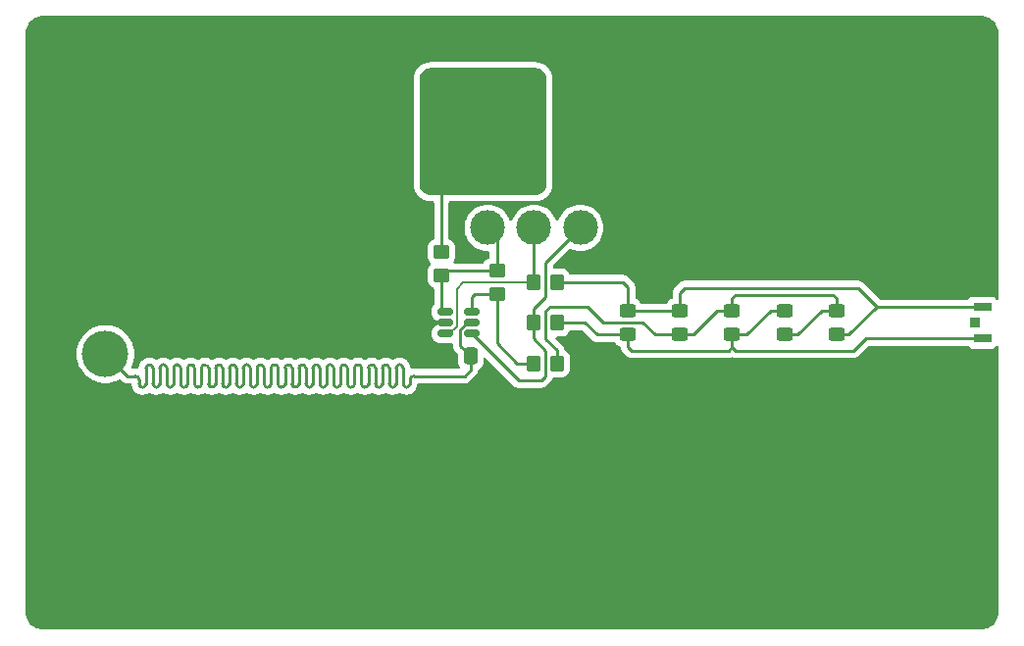
<source format=gbr>
%TF.GenerationSoftware,KiCad,Pcbnew,7.0.1*%
%TF.CreationDate,2023-04-13T17:43:14+02:00*%
%TF.ProjectId,ET-Abschlussgadget_2023,45542d41-6273-4636-986c-757373676164,rev?*%
%TF.SameCoordinates,Original*%
%TF.FileFunction,Copper,L2,Bot*%
%TF.FilePolarity,Positive*%
%FSLAX45Y45*%
G04 Gerber Fmt 4.5, Leading zero omitted, Abs format (unit mm)*
G04 Created by KiCad (PCBNEW 7.0.1) date 2023-04-13 17:43:14*
%MOMM*%
%LPD*%
G01*
G04 APERTURE LIST*
G04 Aperture macros list*
%AMRoundRect*
0 Rectangle with rounded corners*
0 $1 Rounding radius*
0 $2 $3 $4 $5 $6 $7 $8 $9 X,Y pos of 4 corners*
0 Add a 4 corners polygon primitive as box body*
4,1,4,$2,$3,$4,$5,$6,$7,$8,$9,$2,$3,0*
0 Add four circle primitives for the rounded corners*
1,1,$1+$1,$2,$3*
1,1,$1+$1,$4,$5*
1,1,$1+$1,$6,$7*
1,1,$1+$1,$8,$9*
0 Add four rect primitives between the rounded corners*
20,1,$1+$1,$2,$3,$4,$5,0*
20,1,$1+$1,$4,$5,$6,$7,0*
20,1,$1+$1,$6,$7,$8,$9,0*
20,1,$1+$1,$8,$9,$2,$3,0*%
G04 Aperture macros list end*
%TA.AperFunction,SMDPad,CuDef*%
%ADD10R,4.000000X4.000000*%
%TD*%
%TA.AperFunction,SMDPad,CuDef*%
%ADD11RoundRect,0.250000X0.450000X-0.325000X0.450000X0.325000X-0.450000X0.325000X-0.450000X-0.325000X0*%
%TD*%
%TA.AperFunction,SMDPad,CuDef*%
%ADD12C,4.000000*%
%TD*%
%TA.AperFunction,SMDPad,CuDef*%
%ADD13R,1.500000X0.750000*%
%TD*%
%TA.AperFunction,SMDPad,CuDef*%
%ADD14R,0.900000X0.900000*%
%TD*%
%TA.AperFunction,SMDPad,CuDef*%
%ADD15RoundRect,0.150000X-0.512500X-0.150000X0.512500X-0.150000X0.512500X0.150000X-0.512500X0.150000X0*%
%TD*%
%TA.AperFunction,SMDPad,CuDef*%
%ADD16C,3.000000*%
%TD*%
%TA.AperFunction,SMDPad,CuDef*%
%ADD17RoundRect,0.250000X-0.350000X-0.450000X0.350000X-0.450000X0.350000X0.450000X-0.350000X0.450000X0*%
%TD*%
%TA.AperFunction,SMDPad,CuDef*%
%ADD18RoundRect,0.250000X-0.450000X0.350000X-0.450000X-0.350000X0.450000X-0.350000X0.450000X0.350000X0*%
%TD*%
%TA.AperFunction,SMDPad,CuDef*%
%ADD19RoundRect,0.250000X0.337500X0.475000X-0.337500X0.475000X-0.337500X-0.475000X0.337500X-0.475000X0*%
%TD*%
%TA.AperFunction,SMDPad,CuDef*%
%ADD20RoundRect,0.250000X0.450000X-0.350000X0.450000X0.350000X-0.450000X0.350000X-0.450000X-0.350000X0*%
%TD*%
%TA.AperFunction,Conductor*%
%ADD21C,0.250000*%
%TD*%
%TA.AperFunction,Conductor*%
%ADD22C,0.254000*%
%TD*%
%TA.AperFunction,Conductor*%
%ADD23C,0.203200*%
%TD*%
%TA.AperFunction,Conductor*%
%ADD24C,0.200000*%
%TD*%
G04 APERTURE END LIST*
D10*
%TO.P,TP1,1,1*%
%TO.N,/Cap_Pad*%
X14000000Y-9050000D03*
%TD*%
D11*
%TO.P,D2,1,K*%
%TO.N,Net-(D1-A)*%
X16600000Y-10802500D03*
%TO.P,D2,2,A*%
%TO.N,Net-(D2-A)*%
X16600000Y-10597500D03*
%TD*%
D12*
%TO.P,BT1,1,+*%
%TO.N,VCC*%
X10740000Y-10970000D03*
%TO.P,BT1,2,-*%
%TO.N,GND*%
X10740000Y-10430000D03*
%TD*%
D13*
%TO.P,D6,1,K*%
%TO.N,Net-(D1-K)*%
X18310000Y-10562500D03*
%TO.P,D6,2,A*%
%TO.N,Net-(D2-A)*%
X18310000Y-10837500D03*
D14*
%TO.P,D6,3*%
%TO.N,N/C*%
X18245000Y-10700000D03*
%TD*%
D15*
%TO.P,U1,1,PB0*%
%TO.N,Net-(U1-PB0)*%
X13673750Y-10795000D03*
%TO.P,U1,2,GND*%
%TO.N,GND*%
X13673750Y-10700000D03*
%TO.P,U1,3,PB1*%
%TO.N,Net-(U1-PB1)*%
X13673750Y-10605000D03*
%TO.P,U1,4,PB2*%
%TO.N,Net-(U1-PB2)*%
X13901250Y-10605000D03*
%TO.P,U1,5,VCC*%
%TO.N,VCC*%
X13901250Y-10700000D03*
%TO.P,U1,6,~{RESET}/PB3*%
%TO.N,Net-(U1-~{RESET}{slash}PB3)*%
X13901250Y-10795000D03*
%TD*%
D11*
%TO.P,D3,1,K*%
%TO.N,Net-(D2-A)*%
X16150000Y-10802500D03*
%TO.P,D3,2,A*%
%TO.N,Net-(D1-A)*%
X16150000Y-10597500D03*
%TD*%
D16*
%TO.P,TP4,1,1*%
%TO.N,Net-(U1-PB1)*%
X14040000Y-9880000D03*
%TD*%
D17*
%TO.P,R2,1*%
%TO.N,Net-(U1-PB2)*%
X14437500Y-11050000D03*
%TO.P,R2,2*%
%TO.N,Net-(D1-A)*%
X14637500Y-11050000D03*
%TD*%
D18*
%TO.P,R5,1*%
%TO.N,Net-(U1-PB1)*%
X14120000Y-10250000D03*
%TO.P,R5,2*%
%TO.N,Net-(U1-PB2)*%
X14120000Y-10450000D03*
%TD*%
D11*
%TO.P,D5,1,K*%
%TO.N,Net-(D2-A)*%
X15250000Y-10802500D03*
%TO.P,D5,2,A*%
%TO.N,Net-(D1-K)*%
X15250000Y-10597500D03*
%TD*%
D17*
%TO.P,R3,1*%
%TO.N,Net-(U1-~{RESET}{slash}PB3)*%
X14437500Y-10700000D03*
%TO.P,R3,2*%
%TO.N,Net-(D2-A)*%
X14637500Y-10700000D03*
%TD*%
D11*
%TO.P,D4,1,K*%
%TO.N,Net-(D1-A)*%
X15700000Y-10802500D03*
%TO.P,D4,2,A*%
%TO.N,Net-(D1-K)*%
X15700000Y-10597500D03*
%TD*%
D19*
%TO.P,C1,1*%
%TO.N,VCC*%
X13893750Y-10990000D03*
%TO.P,C1,2*%
%TO.N,GND*%
X13686250Y-10990000D03*
%TD*%
D20*
%TO.P,R4,1*%
%TO.N,Net-(U1-PB1)*%
X13640000Y-10290000D03*
%TO.P,R4,2*%
%TO.N,/Cap_Pad*%
X13640000Y-10090000D03*
%TD*%
D17*
%TO.P,R1,1*%
%TO.N,Net-(U1-PB0)*%
X14437500Y-10350000D03*
%TO.P,R1,2*%
%TO.N,Net-(D1-K)*%
X14637500Y-10350000D03*
%TD*%
D16*
%TO.P,TP3,1,1*%
%TO.N,Net-(U1-PB0)*%
X14440000Y-9880000D03*
%TD*%
%TO.P,TP2,1,1*%
%TO.N,Net-(U1-~{RESET}{slash}PB3)*%
X14840000Y-9880000D03*
%TD*%
D11*
%TO.P,D1,1,K*%
%TO.N,Net-(D1-K)*%
X17050000Y-10802500D03*
%TO.P,D1,2,A*%
%TO.N,Net-(D1-A)*%
X17050000Y-10597500D03*
%TD*%
D21*
%TO.N,Net-(D1-K)*%
X17397500Y-10562500D02*
X18310000Y-10562500D01*
X17050000Y-10802500D02*
X17157500Y-10802500D01*
X17157500Y-10802500D02*
X17397500Y-10562500D01*
X15250000Y-10597500D02*
X15250000Y-10390000D01*
X17397500Y-10562500D02*
X17235000Y-10400000D01*
X17235000Y-10400000D02*
X15740000Y-10400000D01*
X15700000Y-10597500D02*
X15250000Y-10597500D01*
X15740000Y-10400000D02*
X15700000Y-10440000D01*
X15700000Y-10440000D02*
X15700000Y-10597500D01*
X15250000Y-10390000D02*
X15210000Y-10350000D01*
X15210000Y-10350000D02*
X14637500Y-10350000D01*
%TO.N,Net-(D1-A)*%
X15482500Y-10802500D02*
X15700000Y-10802500D01*
X15380000Y-10700000D02*
X15482500Y-10802500D01*
X14637500Y-10937500D02*
X14540000Y-10840000D01*
X16150000Y-10597500D02*
X16150000Y-10490000D01*
X17020000Y-10460000D02*
X17050000Y-10490000D01*
X16180000Y-10460000D02*
X17020000Y-10460000D01*
X15817500Y-10802500D02*
X16022500Y-10597500D01*
X16150000Y-10490000D02*
X16180000Y-10460000D01*
X17050000Y-10490000D02*
X17050000Y-10597500D01*
X16600000Y-10802500D02*
X16717500Y-10802500D01*
X14540000Y-10600000D02*
X14580000Y-10560000D01*
X16717500Y-10802500D02*
X16922500Y-10597500D01*
X16022500Y-10597500D02*
X16150000Y-10597500D01*
X15700000Y-10802500D02*
X15817500Y-10802500D01*
X15040000Y-10700000D02*
X15380000Y-10700000D01*
X14540000Y-10840000D02*
X14540000Y-10600000D01*
X14900000Y-10560000D02*
X15040000Y-10700000D01*
X14637500Y-11050000D02*
X14637500Y-10937500D01*
X16922500Y-10597500D02*
X17050000Y-10597500D01*
X14580000Y-10560000D02*
X14900000Y-10560000D01*
%TO.N,Net-(D2-A)*%
X15250000Y-10802500D02*
X15250000Y-10910000D01*
X16150000Y-10802500D02*
X16277500Y-10802500D01*
X15250000Y-10910000D02*
X15280000Y-10940000D01*
X14880000Y-10700000D02*
X14982500Y-10802500D01*
X15280000Y-10940000D02*
X16120000Y-10940000D01*
X16277500Y-10802500D02*
X16482500Y-10597500D01*
X16120000Y-10940000D02*
X16150000Y-10910000D01*
X16482500Y-10597500D02*
X16600000Y-10597500D01*
X17200000Y-10940000D02*
X16180000Y-10940000D01*
X18310000Y-10837500D02*
X17302500Y-10837500D01*
X14637500Y-10700000D02*
X14880000Y-10700000D01*
X16150000Y-10910000D02*
X16150000Y-10802500D01*
X16180000Y-10940000D02*
X16150000Y-10910000D01*
X14982500Y-10802500D02*
X15250000Y-10802500D01*
X17302500Y-10837500D02*
X17200000Y-10940000D01*
%TO.N,Net-(U1-PB1)*%
X13680000Y-10250000D02*
X14120000Y-10250000D01*
X14120000Y-9960000D02*
X14040000Y-9880000D01*
X14120000Y-10250000D02*
X14120000Y-9960000D01*
X13640000Y-10290000D02*
X13680000Y-10250000D01*
X13640000Y-10600000D02*
X13640000Y-10290000D01*
%TO.N,Net-(U1-PB2)*%
X13930000Y-10450000D02*
X14120000Y-10450000D01*
X13901250Y-10478750D02*
X13930000Y-10450000D01*
D22*
X14120000Y-10450000D02*
X14120000Y-10880000D01*
D21*
X13901250Y-10605000D02*
X13901250Y-10478750D01*
X14120000Y-10880000D02*
X14290000Y-11050000D01*
X14290000Y-11050000D02*
X14437500Y-11050000D01*
%TO.N,Net-(U1-~{RESET}{slash}PB3)*%
X14437500Y-10582500D02*
X14540000Y-10480000D01*
X14306250Y-11200000D02*
X14500000Y-11200000D01*
X14437500Y-10700000D02*
X14437500Y-10582500D01*
X14540000Y-10180000D02*
X14840000Y-9880000D01*
X14540000Y-10940000D02*
X14437500Y-10837500D01*
X14437500Y-10837500D02*
X14437500Y-10700000D01*
X14500000Y-11200000D02*
X14540000Y-11160000D01*
X13901250Y-10795000D02*
X14306250Y-11200000D01*
X14540000Y-11160000D02*
X14540000Y-10940000D01*
X14540000Y-10480000D02*
X14540000Y-10180000D01*
%TO.N,GND*%
X13570000Y-10990000D02*
X13540000Y-10960000D01*
X13686250Y-10990000D02*
X13570000Y-10990000D01*
X10740000Y-10430000D02*
X13290000Y-10430000D01*
X13290000Y-10430000D02*
X13560000Y-10700000D01*
X13540000Y-10960000D02*
X13540000Y-10720000D01*
X13540000Y-10720000D02*
X13560000Y-10700000D01*
X13560000Y-10700000D02*
X13673750Y-10700000D01*
%TO.N,VCC*%
X12830000Y-11160000D02*
X12830000Y-11228195D01*
X13400000Y-11160000D02*
X13487817Y-11160000D01*
X12950000Y-11160000D02*
X12950000Y-11228195D01*
X10740000Y-10970000D02*
X10930000Y-11160000D01*
X13310000Y-11160000D02*
X13310000Y-11228196D01*
X11510000Y-11091805D02*
X11510000Y-11160000D01*
X11390000Y-11160000D02*
X11390000Y-11228195D01*
X11870000Y-11160000D02*
X11870000Y-11228195D01*
X10930000Y-11160000D02*
X11000000Y-11160000D01*
X12230000Y-11091805D02*
X12230000Y-11160000D01*
X13370000Y-11228196D02*
X13370000Y-11190000D01*
X12110000Y-11160000D02*
X12110000Y-11228195D01*
X12710000Y-11160000D02*
X12710000Y-11228195D01*
X11630000Y-11160000D02*
X11630000Y-11228195D01*
X13070000Y-11160000D02*
X13070000Y-11228195D01*
X13190000Y-11160000D02*
X13190000Y-11228195D01*
X11150000Y-11091806D02*
X11150000Y-11160000D01*
X11990000Y-11091805D02*
X11990000Y-11160000D01*
X12410000Y-11228195D02*
X12410000Y-11160000D01*
X11570000Y-11160000D02*
X11570000Y-11091805D01*
X12590000Y-11091805D02*
X12590000Y-11160000D01*
X12590000Y-11160000D02*
X12590000Y-11228195D01*
X11930000Y-11228195D02*
X11930000Y-11160000D01*
X12950000Y-11091805D02*
X12950000Y-11160000D01*
X12770000Y-11160000D02*
X12770000Y-11091805D01*
X13190000Y-11091805D02*
X13190000Y-11160000D01*
X13840000Y-11160000D02*
X13893750Y-11106250D01*
X11690000Y-11160000D02*
X11690000Y-11091805D01*
X11750000Y-11091805D02*
X11750000Y-11160000D01*
X11450000Y-11160000D02*
X11450000Y-11091805D01*
X12350000Y-11091805D02*
X12350000Y-11160000D01*
X11210000Y-11160000D02*
X11210000Y-11091805D01*
X12890000Y-11228195D02*
X12890000Y-11160000D01*
X12290000Y-11228195D02*
X12290000Y-11160000D01*
X13250000Y-11228195D02*
X13250000Y-11160000D01*
X11810000Y-11228195D02*
X11810000Y-11160000D01*
X11270000Y-11091805D02*
X11270000Y-11160000D01*
X11750000Y-11160000D02*
X11750000Y-11228195D01*
X12170000Y-11228195D02*
X12170000Y-11160000D01*
X12350000Y-11160000D02*
X12350000Y-11228195D01*
X13010000Y-11228195D02*
X13010000Y-11160000D01*
X12530000Y-11228195D02*
X12530000Y-11160000D01*
X12470000Y-11160000D02*
X12470000Y-11228195D01*
X13250000Y-11160000D02*
X13250000Y-11091805D01*
X12410000Y-11160000D02*
X12410000Y-11091805D01*
X12050000Y-11160000D02*
X12050000Y-11091805D01*
X11510000Y-11160000D02*
X11510000Y-11228195D01*
X11990000Y-11160000D02*
X11990000Y-11228195D01*
D22*
X13866360Y-10700000D02*
X13805000Y-10761360D01*
D21*
X12650000Y-11160000D02*
X12650000Y-11091805D01*
X12470000Y-11091805D02*
X12470000Y-11160000D01*
X12650000Y-11228195D02*
X12650000Y-11160000D01*
X11570000Y-11228195D02*
X11570000Y-11160000D01*
X11270000Y-11160000D02*
X11270000Y-11228195D01*
X12770000Y-11228195D02*
X12770000Y-11160000D01*
X11090000Y-11190000D02*
X11090000Y-11091806D01*
X11090000Y-11228194D02*
X11090000Y-11190000D01*
X13010000Y-11160000D02*
X13010000Y-11091805D01*
D22*
X13805000Y-10901250D02*
X13893750Y-10990000D01*
D21*
X11030000Y-11190000D02*
X11030000Y-11228194D01*
X11150000Y-11160000D02*
X11150000Y-11228194D01*
X11210000Y-11228194D02*
X11210000Y-11160000D01*
X12290000Y-11160000D02*
X12290000Y-11091805D01*
X11870000Y-11091805D02*
X11870000Y-11160000D01*
X12110000Y-11091805D02*
X12110000Y-11160000D01*
X13893750Y-11106250D02*
X13893750Y-10990000D01*
X11330000Y-11228195D02*
X11330000Y-11160000D01*
X13130000Y-11228195D02*
X13130000Y-11160000D01*
X12230000Y-11160000D02*
X12230000Y-11228195D01*
D22*
X13805000Y-10761360D02*
X13805000Y-10901250D01*
D21*
X12830000Y-11091805D02*
X12830000Y-11160000D01*
X11450000Y-11228195D02*
X11450000Y-11160000D01*
X11810000Y-11160000D02*
X11810000Y-11091805D01*
X13070000Y-11091805D02*
X13070000Y-11160000D01*
X11630000Y-11091805D02*
X11630000Y-11160000D01*
X11330000Y-11160000D02*
X11330000Y-11091805D01*
X13487817Y-11160000D02*
X13840000Y-11160000D01*
X12530000Y-11160000D02*
X12530000Y-11091805D01*
X12170000Y-11160000D02*
X12170000Y-11091805D01*
X12890000Y-11160000D02*
X12890000Y-11091805D01*
X12050000Y-11228195D02*
X12050000Y-11160000D01*
X11930000Y-11160000D02*
X11930000Y-11091805D01*
X11690000Y-11228195D02*
X11690000Y-11160000D01*
X11390000Y-11091805D02*
X11390000Y-11160000D01*
X13310000Y-11091805D02*
X13310000Y-11160000D01*
X12710000Y-11091805D02*
X12710000Y-11160000D01*
X13130000Y-11160000D02*
X13130000Y-11091805D01*
X12080000Y-11061810D02*
G75*
G03*
X12050000Y-11091805I0J-30000D01*
G01*
X12470005Y-11091805D02*
G75*
G03*
X12440000Y-11061805I-30005J-5D01*
G01*
X11270005Y-11091805D02*
G75*
G03*
X11240000Y-11061805I-30005J-5D01*
G01*
X13190005Y-11091805D02*
G75*
G03*
X13160000Y-11061805I-30005J-5D01*
G01*
X11629995Y-11228195D02*
G75*
G03*
X11660000Y-11258195I30005J5D01*
G01*
X13069995Y-11228195D02*
G75*
G03*
X13100000Y-11258195I30005J5D01*
G01*
X12109995Y-11228195D02*
G75*
G03*
X12140000Y-11258195I30005J5D01*
G01*
X13040000Y-11061810D02*
G75*
G03*
X13010000Y-11091805I0J-30000D01*
G01*
X12350005Y-11091805D02*
G75*
G03*
X12320000Y-11061805I-30005J-5D01*
G01*
X11749995Y-11228195D02*
G75*
G03*
X11780000Y-11258195I30005J5D01*
G01*
X12920000Y-11061810D02*
G75*
G03*
X12890000Y-11091805I0J-30000D01*
G01*
X12260000Y-11258190D02*
G75*
G03*
X12290000Y-11228195I0J30000D01*
G01*
X12020000Y-11258190D02*
G75*
G03*
X12050000Y-11228195I0J30000D01*
G01*
X11180000Y-11258190D02*
G75*
G03*
X11210000Y-11228194I0J30000D01*
G01*
X11390005Y-11091805D02*
G75*
G03*
X11360000Y-11061805I-30005J-5D01*
G01*
X13190005Y-11228195D02*
G75*
G03*
X13220000Y-11258195I29995J-5D01*
G01*
X12500000Y-11258190D02*
G75*
G03*
X12530000Y-11228195I0J30000D01*
G01*
X11660000Y-11258190D02*
G75*
G03*
X11690000Y-11228195I0J30000D01*
G01*
X12380000Y-11258190D02*
G75*
G03*
X12410000Y-11228195I0J30000D01*
G01*
X12949995Y-11228195D02*
G75*
G03*
X12980000Y-11258195I30005J5D01*
G01*
X13340000Y-11258200D02*
G75*
G03*
X13370000Y-11228196I0J30000D01*
G01*
X11240000Y-11061810D02*
G75*
G03*
X11210000Y-11091805I0J-30000D01*
G01*
X11420000Y-11258190D02*
G75*
G03*
X11450000Y-11228195I0J30000D01*
G01*
X13070005Y-11091805D02*
G75*
G03*
X13040000Y-11061805I-30005J-5D01*
G01*
X11300000Y-11258190D02*
G75*
G03*
X11330000Y-11228195I0J30000D01*
G01*
X11149996Y-11228194D02*
G75*
G03*
X11180000Y-11258194I30004J4D01*
G01*
X12349995Y-11228195D02*
G75*
G03*
X12380000Y-11258195I30005J5D01*
G01*
X13100000Y-11258190D02*
G75*
G03*
X13130000Y-11228195I0J30000D01*
G01*
X12560000Y-11061810D02*
G75*
G03*
X12530000Y-11091805I0J-30000D01*
G01*
X12110005Y-11091805D02*
G75*
G03*
X12080000Y-11061805I-30005J-5D01*
G01*
X13400000Y-11160000D02*
G75*
G03*
X13370000Y-11190000I0J-30000D01*
G01*
X12469995Y-11228195D02*
G75*
G03*
X12500000Y-11258195I30005J5D01*
G01*
X11150004Y-11091806D02*
G75*
G03*
X11120000Y-11061806I-30004J-4D01*
G01*
X12589995Y-11228195D02*
G75*
G03*
X12620000Y-11258195I30005J5D01*
G01*
X11060000Y-11258190D02*
G75*
G03*
X11090000Y-11228194I0J30000D01*
G01*
X12680000Y-11061810D02*
G75*
G03*
X12650000Y-11091805I0J-30000D01*
G01*
X13160000Y-11061810D02*
G75*
G03*
X13130000Y-11091805I0J-30000D01*
G01*
X12710005Y-11091805D02*
G75*
G03*
X12680000Y-11061805I-30005J-5D01*
G01*
X11360000Y-11061810D02*
G75*
G03*
X11330000Y-11091805I0J-30000D01*
G01*
X12620000Y-11258190D02*
G75*
G03*
X12650000Y-11228195I0J30000D01*
G01*
X13280000Y-11061810D02*
G75*
G03*
X13250000Y-11091805I0J-30000D01*
G01*
X11960000Y-11061810D02*
G75*
G03*
X11930000Y-11091805I0J-30000D01*
G01*
X12230005Y-11091805D02*
G75*
G03*
X12200000Y-11061805I-30005J-5D01*
G01*
X12830005Y-11091805D02*
G75*
G03*
X12800000Y-11061805I-30005J-5D01*
G01*
X11870005Y-11091805D02*
G75*
G03*
X11840000Y-11061805I-30005J-5D01*
G01*
X13310004Y-11228196D02*
G75*
G03*
X13340000Y-11258196I29996J-4D01*
G01*
X12320000Y-11061810D02*
G75*
G03*
X12290000Y-11091805I0J-30000D01*
G01*
X12950005Y-11091805D02*
G75*
G03*
X12920000Y-11061805I-30005J-5D01*
G01*
X12860000Y-11258190D02*
G75*
G03*
X12890000Y-11228195I0J30000D01*
G01*
X11540000Y-11258190D02*
G75*
G03*
X11570000Y-11228195I0J30000D01*
G01*
X12980000Y-11258190D02*
G75*
G03*
X13010000Y-11228195I0J30000D01*
G01*
X11600000Y-11061810D02*
G75*
G03*
X11570000Y-11091805I0J-30000D01*
G01*
X11510005Y-11091805D02*
G75*
G03*
X11480000Y-11061805I-30005J-5D01*
G01*
X11869995Y-11228195D02*
G75*
G03*
X11900000Y-11258195I30005J5D01*
G01*
X11120000Y-11061810D02*
G75*
G03*
X11090000Y-11091806I0J-30000D01*
G01*
X12229995Y-11228195D02*
G75*
G03*
X12260000Y-11258195I30005J5D01*
G01*
X11509995Y-11228195D02*
G75*
G03*
X11540000Y-11258195I30005J5D01*
G01*
X12800000Y-11061810D02*
G75*
G03*
X12770000Y-11091805I0J-30000D01*
G01*
X11269995Y-11228195D02*
G75*
G03*
X11300000Y-11258195I30005J5D01*
G01*
X12829995Y-11228195D02*
G75*
G03*
X12860000Y-11258195I30005J5D01*
G01*
X11989995Y-11228195D02*
G75*
G03*
X12020000Y-11258195I30005J5D01*
G01*
X11630005Y-11091805D02*
G75*
G03*
X11600000Y-11061805I-30005J-5D01*
G01*
X11720000Y-11061810D02*
G75*
G03*
X11690000Y-11091805I0J-30000D01*
G01*
X12140000Y-11258190D02*
G75*
G03*
X12170000Y-11228195I0J30000D01*
G01*
X12440000Y-11061810D02*
G75*
G03*
X12410000Y-11091805I0J-30000D01*
G01*
X12740000Y-11258190D02*
G75*
G03*
X12770000Y-11228195I0J30000D01*
G01*
X11030000Y-11190000D02*
G75*
G03*
X11000000Y-11160000I-30000J0D01*
G01*
X11389995Y-11228195D02*
G75*
G03*
X11420000Y-11258195I30005J5D01*
G01*
X11990005Y-11091805D02*
G75*
G03*
X11960000Y-11061805I-30005J-5D01*
G01*
X11780000Y-11258190D02*
G75*
G03*
X11810000Y-11228195I0J30000D01*
G01*
X13310005Y-11091805D02*
G75*
G03*
X13280000Y-11061805I-30005J-5D01*
G01*
X12590005Y-11091805D02*
G75*
G03*
X12560000Y-11061805I-30005J-5D01*
G01*
X11029996Y-11228194D02*
G75*
G03*
X11060000Y-11258194I30004J4D01*
G01*
X11840000Y-11061810D02*
G75*
G03*
X11810000Y-11091805I0J-30000D01*
G01*
X13220000Y-11258200D02*
G75*
G03*
X13250000Y-11228195I0J30000D01*
G01*
X11750005Y-11091805D02*
G75*
G03*
X11720000Y-11061805I-30005J-5D01*
G01*
X12709995Y-11228195D02*
G75*
G03*
X12740000Y-11258195I30005J5D01*
G01*
X11480000Y-11061810D02*
G75*
G03*
X11450000Y-11091805I0J-30000D01*
G01*
X12200000Y-11061810D02*
G75*
G03*
X12170000Y-11091805I0J-30000D01*
G01*
X11900000Y-11258190D02*
G75*
G03*
X11930000Y-11228195I0J30000D01*
G01*
%TO.N,/Cap_Pad*%
X13670000Y-9050000D02*
X14000000Y-9050000D01*
X13640000Y-10090000D02*
X13640000Y-9080000D01*
X13640000Y-9080000D02*
X13670000Y-9050000D01*
D23*
%TO.N,Net-(U1-PB0)*%
X13708640Y-10795000D02*
X13772500Y-10731140D01*
X13772500Y-10731140D02*
X13772500Y-10407500D01*
X13772500Y-10407500D02*
X13830000Y-10350000D01*
D22*
X14440000Y-10347500D02*
X14440000Y-9880000D01*
D24*
X13673750Y-10795000D02*
X13708640Y-10795000D01*
D23*
X13830000Y-10350000D02*
X14437500Y-10350000D01*
D24*
X14437500Y-10350000D02*
X14440000Y-10347500D01*
%TD*%
%TA.AperFunction,Conductor*%
%TO.N,GND*%
G36*
X18300442Y-8050882D02*
G01*
X18320342Y-8052305D01*
X18322092Y-8052556D01*
X18341154Y-8056703D01*
X18342850Y-8057201D01*
X18361129Y-8064019D01*
X18362738Y-8064754D01*
X18379858Y-8074102D01*
X18381346Y-8075058D01*
X18396963Y-8086749D01*
X18398300Y-8087907D01*
X18412093Y-8101700D01*
X18413251Y-8103037D01*
X18424942Y-8118654D01*
X18425898Y-8120142D01*
X18435246Y-8137262D01*
X18435981Y-8138871D01*
X18442799Y-8157149D01*
X18443297Y-8158847D01*
X18447443Y-8177907D01*
X18447695Y-8179658D01*
X18449118Y-8199558D01*
X18449150Y-8200443D01*
X18449150Y-10489921D01*
X18447633Y-10495864D01*
X18443454Y-10500353D01*
X18437635Y-10502290D01*
X18431599Y-10501201D01*
X18426823Y-10497352D01*
X18420755Y-10489245D01*
X18409233Y-10480620D01*
X18395748Y-10475591D01*
X18389787Y-10474950D01*
X18389787Y-10474950D01*
X18230213Y-10474950D01*
X18224252Y-10475591D01*
X18210767Y-10480620D01*
X18199245Y-10489246D01*
X18194952Y-10494981D01*
X18190575Y-10498638D01*
X18185025Y-10499950D01*
X17428545Y-10499950D01*
X17423800Y-10499006D01*
X17419777Y-10496318D01*
X17353630Y-10430171D01*
X17285080Y-10361621D01*
X17283791Y-10360011D01*
X17278678Y-10355210D01*
X17278398Y-10354939D01*
X17276447Y-10352988D01*
X17276129Y-10352741D01*
X17275242Y-10351984D01*
X17272058Y-10348994D01*
X17270302Y-10348029D01*
X17268676Y-10346960D01*
X17267094Y-10345733D01*
X17263085Y-10343998D01*
X17262036Y-10343484D01*
X17258209Y-10341380D01*
X17256269Y-10340882D01*
X17254428Y-10340252D01*
X17252590Y-10339456D01*
X17248276Y-10338773D01*
X17247132Y-10338536D01*
X17242902Y-10337450D01*
X17240898Y-10337450D01*
X17238959Y-10337297D01*
X17238216Y-10337180D01*
X17236981Y-10336984D01*
X17236980Y-10336984D01*
X17234348Y-10337233D01*
X17232633Y-10337395D01*
X17231466Y-10337450D01*
X15748274Y-10337450D01*
X15746224Y-10337224D01*
X15739214Y-10337444D01*
X15738825Y-10337450D01*
X15736065Y-10337450D01*
X15735665Y-10337500D01*
X15734503Y-10337592D01*
X15730137Y-10337729D01*
X15728213Y-10338288D01*
X15726308Y-10338683D01*
X15724321Y-10338934D01*
X15720259Y-10340542D01*
X15719155Y-10340920D01*
X15714961Y-10342138D01*
X15713236Y-10343158D01*
X15711490Y-10344014D01*
X15709627Y-10344751D01*
X15706093Y-10347319D01*
X15705117Y-10347960D01*
X15701358Y-10350183D01*
X15699941Y-10351600D01*
X15698462Y-10352863D01*
X15696841Y-10354041D01*
X15694057Y-10357406D01*
X15693271Y-10358270D01*
X15661621Y-10389920D01*
X15660011Y-10391210D01*
X15655210Y-10396323D01*
X15654939Y-10396602D01*
X15652987Y-10398553D01*
X15652741Y-10398871D01*
X15651984Y-10399757D01*
X15648993Y-10402942D01*
X15648028Y-10404697D01*
X15646961Y-10406323D01*
X15645733Y-10407906D01*
X15643997Y-10411916D01*
X15643484Y-10412964D01*
X15641380Y-10416791D01*
X15640882Y-10418731D01*
X15640252Y-10420571D01*
X15639456Y-10422410D01*
X15638773Y-10426724D01*
X15638536Y-10427867D01*
X15637450Y-10432098D01*
X15637450Y-10434102D01*
X15637297Y-10436042D01*
X15636984Y-10438019D01*
X15637395Y-10442368D01*
X15637450Y-10443534D01*
X15637450Y-10482798D01*
X15636388Y-10487820D01*
X15633383Y-10491981D01*
X15628950Y-10494569D01*
X15623066Y-10496519D01*
X15608134Y-10505729D01*
X15595729Y-10518134D01*
X15588990Y-10529060D01*
X15584479Y-10533378D01*
X15578436Y-10534950D01*
X15371564Y-10534950D01*
X15365521Y-10533378D01*
X15361010Y-10529060D01*
X15354271Y-10518134D01*
X15341866Y-10505729D01*
X15326933Y-10496519D01*
X15321050Y-10494569D01*
X15316617Y-10491981D01*
X15313612Y-10487820D01*
X15312550Y-10482798D01*
X15312550Y-10398274D01*
X15312776Y-10396224D01*
X15312690Y-10393481D01*
X15312556Y-10389214D01*
X15312550Y-10388825D01*
X15312550Y-10386066D01*
X15312550Y-10386065D01*
X15312499Y-10385665D01*
X15312408Y-10384502D01*
X15312271Y-10380137D01*
X15311712Y-10378213D01*
X15311317Y-10376308D01*
X15311066Y-10374321D01*
X15309458Y-10370258D01*
X15309080Y-10369156D01*
X15307862Y-10364961D01*
X15306842Y-10363237D01*
X15305986Y-10361490D01*
X15305249Y-10359627D01*
X15302680Y-10356091D01*
X15302041Y-10355118D01*
X15299817Y-10351358D01*
X15298401Y-10349942D01*
X15297137Y-10348462D01*
X15295959Y-10346841D01*
X15293433Y-10344751D01*
X15292593Y-10344057D01*
X15291730Y-10343271D01*
X15260080Y-10311621D01*
X15258791Y-10310011D01*
X15253677Y-10305210D01*
X15253398Y-10304939D01*
X15251447Y-10302988D01*
X15251129Y-10302741D01*
X15250242Y-10301984D01*
X15247058Y-10298994D01*
X15245302Y-10298029D01*
X15243676Y-10296960D01*
X15242094Y-10295733D01*
X15238085Y-10293998D01*
X15237036Y-10293484D01*
X15233209Y-10291380D01*
X15231269Y-10290882D01*
X15229428Y-10290252D01*
X15227590Y-10289456D01*
X15223276Y-10288773D01*
X15222132Y-10288536D01*
X15217902Y-10287450D01*
X15215898Y-10287450D01*
X15213959Y-10287297D01*
X15213216Y-10287180D01*
X15211980Y-10286984D01*
X15211980Y-10286984D01*
X15208675Y-10287296D01*
X15207632Y-10287395D01*
X15206466Y-10287450D01*
X14754702Y-10287450D01*
X14749680Y-10286388D01*
X14745519Y-10283383D01*
X14742931Y-10278950D01*
X14742414Y-10277390D01*
X14740981Y-10273067D01*
X14731771Y-10258134D01*
X14731771Y-10258134D01*
X14719366Y-10245729D01*
X14704433Y-10236519D01*
X14687780Y-10231000D01*
X14677501Y-10229950D01*
X14614950Y-10229950D01*
X14608750Y-10228289D01*
X14604211Y-10223750D01*
X14602550Y-10217550D01*
X14602550Y-10211045D01*
X14603494Y-10206300D01*
X14606182Y-10202277D01*
X14640325Y-10168134D01*
X14743284Y-10065175D01*
X14747170Y-10062545D01*
X14751757Y-10061547D01*
X14756385Y-10062325D01*
X14756683Y-10062436D01*
X14756684Y-10062437D01*
X14783495Y-10072437D01*
X14783496Y-10072437D01*
X14783496Y-10072437D01*
X14788722Y-10073574D01*
X14811457Y-10078520D01*
X14840000Y-10080561D01*
X14868543Y-10078520D01*
X14896505Y-10072437D01*
X14923316Y-10062437D01*
X14948431Y-10048723D01*
X14971339Y-10031574D01*
X14991574Y-10011340D01*
X15008723Y-9988432D01*
X15022437Y-9963316D01*
X15032437Y-9936505D01*
X15038520Y-9908543D01*
X15040561Y-9880000D01*
X15038520Y-9851457D01*
X15032437Y-9823495D01*
X15022437Y-9796684D01*
X15008723Y-9771569D01*
X14991574Y-9748661D01*
X14971339Y-9728426D01*
X14959885Y-9719852D01*
X14948431Y-9711277D01*
X14923316Y-9697563D01*
X14923316Y-9697563D01*
X14923316Y-9697563D01*
X14896505Y-9687563D01*
X14896504Y-9687563D01*
X14868543Y-9681480D01*
X14840000Y-9679439D01*
X14811457Y-9681480D01*
X14783496Y-9687563D01*
X14756684Y-9697563D01*
X14731569Y-9711277D01*
X14708660Y-9728426D01*
X14688426Y-9748660D01*
X14671277Y-9771569D01*
X14657563Y-9796684D01*
X14651618Y-9812623D01*
X14648253Y-9817544D01*
X14642981Y-9820326D01*
X14637019Y-9820326D01*
X14631747Y-9817544D01*
X14628382Y-9812623D01*
X14622437Y-9796684D01*
X14608723Y-9771569D01*
X14591574Y-9748661D01*
X14571339Y-9728426D01*
X14559885Y-9719852D01*
X14548431Y-9711277D01*
X14523316Y-9697563D01*
X14523316Y-9697563D01*
X14523316Y-9697563D01*
X14496505Y-9687563D01*
X14496504Y-9687563D01*
X14468543Y-9681480D01*
X14440000Y-9679439D01*
X14411457Y-9681480D01*
X14383496Y-9687563D01*
X14356684Y-9697563D01*
X14331569Y-9711277D01*
X14308660Y-9728426D01*
X14288426Y-9748660D01*
X14271277Y-9771569D01*
X14257563Y-9796684D01*
X14251618Y-9812623D01*
X14248253Y-9817544D01*
X14242981Y-9820326D01*
X14237019Y-9820326D01*
X14231747Y-9817544D01*
X14228382Y-9812623D01*
X14222437Y-9796684D01*
X14208723Y-9771569D01*
X14191574Y-9748661D01*
X14171339Y-9728426D01*
X14159885Y-9719852D01*
X14148431Y-9711277D01*
X14123316Y-9697563D01*
X14123316Y-9697563D01*
X14123316Y-9697563D01*
X14096505Y-9687563D01*
X14096504Y-9687563D01*
X14068543Y-9681480D01*
X14040000Y-9679439D01*
X14011457Y-9681480D01*
X13983496Y-9687563D01*
X13956684Y-9697563D01*
X13931569Y-9711277D01*
X13908660Y-9728426D01*
X13888426Y-9748660D01*
X13871277Y-9771569D01*
X13857563Y-9796684D01*
X13847563Y-9823496D01*
X13841480Y-9851457D01*
X13839439Y-9880000D01*
X13841480Y-9908543D01*
X13847563Y-9936504D01*
X13857563Y-9963316D01*
X13871277Y-9988431D01*
X13871318Y-9988486D01*
X13888426Y-10011340D01*
X13908660Y-10031574D01*
X13925841Y-10044435D01*
X13931569Y-10048723D01*
X13937836Y-10052145D01*
X13956684Y-10062437D01*
X13983495Y-10072437D01*
X13983496Y-10072437D01*
X13983496Y-10072437D01*
X13988722Y-10073574D01*
X14011457Y-10078520D01*
X14037801Y-10080404D01*
X14040000Y-10080561D01*
X14040000Y-10080561D01*
X14040000Y-10080561D01*
X14042750Y-10080364D01*
X14044165Y-10080263D01*
X14050732Y-10081610D01*
X14055638Y-10086178D01*
X14057450Y-10092632D01*
X14057450Y-10132798D01*
X14056388Y-10137820D01*
X14053383Y-10141981D01*
X14048950Y-10144569D01*
X14043066Y-10146519D01*
X14028134Y-10155729D01*
X14015729Y-10168134D01*
X14007448Y-10181560D01*
X14002937Y-10185878D01*
X13996894Y-10187450D01*
X13756876Y-10187450D01*
X13750598Y-10185743D01*
X13746048Y-10181093D01*
X13744479Y-10174780D01*
X13746322Y-10168540D01*
X13747112Y-10167260D01*
X13753481Y-10156933D01*
X13759000Y-10140280D01*
X13760050Y-10130001D01*
X13760050Y-10049999D01*
X13759000Y-10039720D01*
X13753481Y-10023067D01*
X13744271Y-10008134D01*
X13744271Y-10008134D01*
X13731866Y-9995729D01*
X13716933Y-9986519D01*
X13711050Y-9984569D01*
X13706617Y-9981981D01*
X13703612Y-9977820D01*
X13702550Y-9972798D01*
X13702550Y-9662950D01*
X13704211Y-9656750D01*
X13708750Y-9652211D01*
X13714950Y-9650550D01*
X14449389Y-9650550D01*
X14449391Y-9650550D01*
X14451871Y-9650489D01*
X14453086Y-9650429D01*
X14455561Y-9650247D01*
X14471569Y-9648670D01*
X14473247Y-9648505D01*
X14473248Y-9648505D01*
X14473248Y-9648505D01*
X14478155Y-9647777D01*
X14480539Y-9647303D01*
X14485351Y-9646097D01*
X14501774Y-9641116D01*
X14506445Y-9639444D01*
X14508691Y-9638514D01*
X14513175Y-9636393D01*
X14528309Y-9628304D01*
X14532563Y-9625754D01*
X14534585Y-9624403D01*
X14538570Y-9621448D01*
X14551835Y-9610561D01*
X14555511Y-9607230D01*
X14557230Y-9605511D01*
X14560561Y-9601835D01*
X14571448Y-9588570D01*
X14574403Y-9584585D01*
X14575754Y-9582564D01*
X14578304Y-9578309D01*
X14586393Y-9563175D01*
X14588514Y-9558691D01*
X14589444Y-9556446D01*
X14591116Y-9551774D01*
X14596097Y-9535351D01*
X14597303Y-9530539D01*
X14597777Y-9528155D01*
X14598505Y-9523248D01*
X14600247Y-9505561D01*
X14600429Y-9503086D01*
X14600489Y-9501871D01*
X14600550Y-9499391D01*
X14600550Y-8600609D01*
X14600489Y-8598129D01*
X14600429Y-8596914D01*
X14600247Y-8594439D01*
X14598505Y-8576752D01*
X14597777Y-8571845D01*
X14597303Y-8569461D01*
X14596097Y-8564649D01*
X14591116Y-8548226D01*
X14589444Y-8543554D01*
X14588514Y-8541309D01*
X14586393Y-8536825D01*
X14578304Y-8521691D01*
X14575754Y-8517436D01*
X14575753Y-8517436D01*
X14575076Y-8516422D01*
X14574403Y-8515415D01*
X14571448Y-8511430D01*
X14560561Y-8498165D01*
X14560561Y-8498164D01*
X14557229Y-8494489D01*
X14555511Y-8492770D01*
X14551835Y-8489439D01*
X14538570Y-8478552D01*
X14538569Y-8478552D01*
X14534585Y-8475597D01*
X14533058Y-8474577D01*
X14532563Y-8474246D01*
X14528308Y-8471696D01*
X14513175Y-8463607D01*
X14513175Y-8463607D01*
X14513174Y-8463607D01*
X14508692Y-8461486D01*
X14508691Y-8461486D01*
X14506447Y-8460556D01*
X14501773Y-8458884D01*
X14485352Y-8453903D01*
X14480537Y-8452697D01*
X14478153Y-8452223D01*
X14473249Y-8451495D01*
X14455560Y-8449753D01*
X14453088Y-8449571D01*
X14453087Y-8449571D01*
X14453086Y-8449571D01*
X14452560Y-8449545D01*
X14451871Y-8449511D01*
X14451147Y-8449493D01*
X14449391Y-8449450D01*
X13550609Y-8449450D01*
X13548956Y-8449491D01*
X13548129Y-8449511D01*
X13547309Y-8449551D01*
X13546914Y-8449571D01*
X13546913Y-8449571D01*
X13546912Y-8449571D01*
X13544440Y-8449753D01*
X13526751Y-8451495D01*
X13521843Y-8452223D01*
X13519462Y-8452697D01*
X13514650Y-8453902D01*
X13498225Y-8458885D01*
X13493554Y-8460556D01*
X13491308Y-8461486D01*
X13486825Y-8463607D01*
X13471691Y-8471696D01*
X13467435Y-8474247D01*
X13465416Y-8475596D01*
X13461431Y-8478552D01*
X13448164Y-8489439D01*
X13444488Y-8492771D01*
X13442771Y-8494488D01*
X13439439Y-8498164D01*
X13428551Y-8511431D01*
X13425596Y-8515416D01*
X13424247Y-8517435D01*
X13421696Y-8521691D01*
X13413607Y-8536825D01*
X13411486Y-8541309D01*
X13410556Y-8543554D01*
X13408885Y-8548225D01*
X13403902Y-8564650D01*
X13402697Y-8569462D01*
X13402223Y-8571843D01*
X13401495Y-8576751D01*
X13399753Y-8594440D01*
X13399571Y-8596913D01*
X13399511Y-8598129D01*
X13399450Y-8600611D01*
X13399450Y-9499389D01*
X13399511Y-9501871D01*
X13399571Y-9503088D01*
X13399753Y-9505560D01*
X13401495Y-9523249D01*
X13402222Y-9528153D01*
X13402697Y-9530538D01*
X13403902Y-9535351D01*
X13408884Y-9551775D01*
X13410555Y-9556445D01*
X13411486Y-9558691D01*
X13413606Y-9563174D01*
X13421696Y-9578309D01*
X13424246Y-9582564D01*
X13425597Y-9584585D01*
X13428552Y-9588570D01*
X13439439Y-9601836D01*
X13442770Y-9605511D01*
X13444489Y-9607229D01*
X13448164Y-9610561D01*
X13448165Y-9610561D01*
X13461430Y-9621448D01*
X13465415Y-9624403D01*
X13466422Y-9625076D01*
X13467436Y-9625754D01*
X13469555Y-9627024D01*
X13471691Y-9628304D01*
X13486825Y-9636393D01*
X13491309Y-9638514D01*
X13493554Y-9639444D01*
X13496258Y-9640411D01*
X13498225Y-9641115D01*
X13498225Y-9641116D01*
X13498226Y-9641116D01*
X13514649Y-9646097D01*
X13514650Y-9646098D01*
X13514650Y-9646098D01*
X13517046Y-9646698D01*
X13519461Y-9647303D01*
X13521845Y-9647777D01*
X13526752Y-9648505D01*
X13526752Y-9648505D01*
X13526752Y-9648505D01*
X13529886Y-9648813D01*
X13544439Y-9650247D01*
X13546914Y-9650429D01*
X13548129Y-9650489D01*
X13550609Y-9650550D01*
X13565050Y-9650550D01*
X13571250Y-9652211D01*
X13575789Y-9656750D01*
X13577450Y-9662950D01*
X13577450Y-9972798D01*
X13576388Y-9977820D01*
X13573383Y-9981981D01*
X13568950Y-9984569D01*
X13563066Y-9986519D01*
X13548134Y-9995729D01*
X13535729Y-10008134D01*
X13526519Y-10023067D01*
X13521000Y-10039720D01*
X13519950Y-10049999D01*
X13519950Y-10130001D01*
X13521000Y-10140280D01*
X13526519Y-10156933D01*
X13535729Y-10171865D01*
X13535729Y-10171866D01*
X13535729Y-10171866D01*
X13545095Y-10181232D01*
X13548304Y-10186791D01*
X13548304Y-10193209D01*
X13545095Y-10198768D01*
X13535729Y-10208134D01*
X13526519Y-10223067D01*
X13521000Y-10239720D01*
X13519950Y-10249999D01*
X13519950Y-10330001D01*
X13521000Y-10340280D01*
X13526519Y-10356933D01*
X13535729Y-10371866D01*
X13548134Y-10384271D01*
X13553789Y-10387759D01*
X13563067Y-10393481D01*
X13568950Y-10395431D01*
X13573383Y-10398019D01*
X13576388Y-10402180D01*
X13577450Y-10407202D01*
X13577450Y-10537919D01*
X13576506Y-10542665D01*
X13573818Y-10546687D01*
X13570692Y-10549813D01*
X13562325Y-10563960D01*
X13557740Y-10579743D01*
X13557450Y-10583431D01*
X13557450Y-10626569D01*
X13557740Y-10630257D01*
X13562325Y-10646040D01*
X13564793Y-10650213D01*
X13570692Y-10660187D01*
X13582313Y-10671808D01*
X13590865Y-10676866D01*
X13596460Y-10680174D01*
X13612243Y-10684760D01*
X13612243Y-10684760D01*
X13615931Y-10685050D01*
X13699890Y-10685050D01*
X13706090Y-10686711D01*
X13710629Y-10691250D01*
X13712290Y-10697450D01*
X13712290Y-10701064D01*
X13711346Y-10705809D01*
X13708658Y-10709832D01*
X13707172Y-10711318D01*
X13703149Y-10714006D01*
X13698404Y-10714950D01*
X13615931Y-10714950D01*
X13614701Y-10715047D01*
X13612243Y-10715240D01*
X13596460Y-10719826D01*
X13582313Y-10728192D01*
X13570692Y-10739813D01*
X13562325Y-10753960D01*
X13557740Y-10769743D01*
X13557740Y-10769743D01*
X13557450Y-10773431D01*
X13557450Y-10816569D01*
X13557489Y-10817063D01*
X13557740Y-10820257D01*
X13562325Y-10836040D01*
X13569022Y-10847363D01*
X13570692Y-10850187D01*
X13582313Y-10861808D01*
X13596460Y-10870174D01*
X13612243Y-10874760D01*
X13612243Y-10874760D01*
X13615931Y-10875050D01*
X13615931Y-10875050D01*
X13729850Y-10875050D01*
X13736050Y-10876711D01*
X13740589Y-10881250D01*
X13742250Y-10887450D01*
X13742250Y-10892953D01*
X13742023Y-10895010D01*
X13742244Y-10902042D01*
X13742250Y-10902431D01*
X13742250Y-10905198D01*
X13742301Y-10905598D01*
X13742392Y-10906762D01*
X13742530Y-10911144D01*
X13743092Y-10913078D01*
X13743486Y-10914983D01*
X13743738Y-10916979D01*
X13745352Y-10921055D01*
X13745730Y-10922160D01*
X13746953Y-10926369D01*
X13746953Y-10926369D01*
X13746953Y-10926369D01*
X13747978Y-10928102D01*
X13748834Y-10929849D01*
X13749575Y-10931721D01*
X13752151Y-10935267D01*
X13752792Y-10936243D01*
X13755023Y-10940015D01*
X13755024Y-10940016D01*
X13756447Y-10941439D01*
X13757711Y-10942919D01*
X13758894Y-10944547D01*
X13762270Y-10947340D01*
X13763135Y-10948127D01*
X13781318Y-10966310D01*
X13784006Y-10970333D01*
X13784950Y-10975078D01*
X13784950Y-11042501D01*
X13786000Y-11052780D01*
X13791519Y-11069433D01*
X13797136Y-11078540D01*
X13798979Y-11084780D01*
X13797410Y-11091093D01*
X13792860Y-11095743D01*
X13786582Y-11097450D01*
X13391902Y-11097450D01*
X13387107Y-11098296D01*
X13381745Y-11098062D01*
X13376984Y-11095583D01*
X13373716Y-11091326D01*
X13372554Y-11086086D01*
X13372554Y-11083698D01*
X13370036Y-11069433D01*
X13369739Y-11067751D01*
X13364199Y-11052535D01*
X13358404Y-11042501D01*
X13356101Y-11038512D01*
X13353843Y-11035822D01*
X13345691Y-11026108D01*
X13340004Y-11021337D01*
X13333285Y-11015700D01*
X13319269Y-11007609D01*
X13319261Y-11007604D01*
X13304044Y-11002067D01*
X13304044Y-11002067D01*
X13288097Y-10999255D01*
X13280000Y-10999255D01*
X13272405Y-10999255D01*
X13271932Y-10999255D01*
X13271904Y-10999260D01*
X13271904Y-10999260D01*
X13259540Y-11001440D01*
X13255957Y-11002072D01*
X13240741Y-11007609D01*
X13226204Y-11016001D01*
X13220005Y-11017662D01*
X13213805Y-11016001D01*
X13199261Y-11007604D01*
X13184044Y-11002067D01*
X13184044Y-11002067D01*
X13168097Y-10999255D01*
X13160000Y-10999255D01*
X13152405Y-10999255D01*
X13151932Y-10999255D01*
X13151904Y-10999260D01*
X13151904Y-10999260D01*
X13139540Y-11001440D01*
X13135957Y-11002072D01*
X13120741Y-11007609D01*
X13106204Y-11016001D01*
X13100005Y-11017662D01*
X13093805Y-11016001D01*
X13079261Y-11007604D01*
X13064044Y-11002067D01*
X13064044Y-11002067D01*
X13048097Y-10999255D01*
X13040000Y-10999255D01*
X13032405Y-10999255D01*
X13031932Y-10999255D01*
X13031904Y-10999260D01*
X13031904Y-10999260D01*
X13019540Y-11001440D01*
X13015957Y-11002072D01*
X13000741Y-11007609D01*
X12986204Y-11016001D01*
X12980005Y-11017662D01*
X12973805Y-11016001D01*
X12959261Y-11007604D01*
X12944044Y-11002067D01*
X12944044Y-11002067D01*
X12928097Y-10999255D01*
X12920000Y-10999255D01*
X12912405Y-10999255D01*
X12911932Y-10999255D01*
X12911904Y-10999260D01*
X12911904Y-10999260D01*
X12899540Y-11001440D01*
X12895957Y-11002072D01*
X12880741Y-11007609D01*
X12866204Y-11016001D01*
X12860005Y-11017662D01*
X12853805Y-11016001D01*
X12839261Y-11007604D01*
X12824044Y-11002067D01*
X12824044Y-11002067D01*
X12808097Y-10999255D01*
X12800000Y-10999255D01*
X12792405Y-10999255D01*
X12791932Y-10999255D01*
X12791904Y-10999260D01*
X12791904Y-10999260D01*
X12779540Y-11001440D01*
X12775957Y-11002072D01*
X12760741Y-11007609D01*
X12746204Y-11016001D01*
X12740005Y-11017662D01*
X12733805Y-11016001D01*
X12719261Y-11007604D01*
X12704044Y-11002067D01*
X12704044Y-11002067D01*
X12688097Y-10999255D01*
X12680000Y-10999255D01*
X12672405Y-10999255D01*
X12671932Y-10999255D01*
X12671904Y-10999260D01*
X12671904Y-10999260D01*
X12659540Y-11001440D01*
X12655957Y-11002072D01*
X12640741Y-11007609D01*
X12626204Y-11016001D01*
X12620005Y-11017662D01*
X12613805Y-11016001D01*
X12599261Y-11007604D01*
X12584044Y-11002067D01*
X12584044Y-11002067D01*
X12568097Y-10999255D01*
X12560000Y-10999255D01*
X12552405Y-10999255D01*
X12551932Y-10999255D01*
X12551904Y-10999260D01*
X12551904Y-10999260D01*
X12539540Y-11001440D01*
X12535957Y-11002072D01*
X12520741Y-11007609D01*
X12506204Y-11016001D01*
X12500005Y-11017662D01*
X12493805Y-11016001D01*
X12479261Y-11007604D01*
X12464044Y-11002067D01*
X12464044Y-11002067D01*
X12448097Y-10999255D01*
X12440000Y-10999255D01*
X12432405Y-10999255D01*
X12431932Y-10999255D01*
X12431904Y-10999260D01*
X12431904Y-10999260D01*
X12419540Y-11001440D01*
X12415957Y-11002072D01*
X12400741Y-11007609D01*
X12386204Y-11016001D01*
X12380005Y-11017662D01*
X12373805Y-11016001D01*
X12359261Y-11007604D01*
X12344044Y-11002067D01*
X12344044Y-11002067D01*
X12328097Y-10999255D01*
X12320000Y-10999255D01*
X12312405Y-10999255D01*
X12311932Y-10999255D01*
X12311904Y-10999260D01*
X12311904Y-10999260D01*
X12299540Y-11001440D01*
X12295957Y-11002072D01*
X12280741Y-11007609D01*
X12266204Y-11016001D01*
X12260005Y-11017662D01*
X12253805Y-11016001D01*
X12239261Y-11007604D01*
X12224044Y-11002067D01*
X12224044Y-11002067D01*
X12208097Y-10999255D01*
X12200000Y-10999255D01*
X12192405Y-10999255D01*
X12191932Y-10999255D01*
X12191904Y-10999260D01*
X12191904Y-10999260D01*
X12179540Y-11001440D01*
X12175957Y-11002072D01*
X12160741Y-11007609D01*
X12146204Y-11016001D01*
X12140005Y-11017662D01*
X12133805Y-11016001D01*
X12119261Y-11007604D01*
X12104044Y-11002067D01*
X12104044Y-11002067D01*
X12088097Y-10999255D01*
X12080000Y-10999255D01*
X12072405Y-10999255D01*
X12071932Y-10999255D01*
X12071904Y-10999260D01*
X12071904Y-10999260D01*
X12059540Y-11001440D01*
X12055957Y-11002072D01*
X12040741Y-11007609D01*
X12026204Y-11016001D01*
X12020005Y-11017662D01*
X12013805Y-11016001D01*
X11999261Y-11007604D01*
X11984044Y-11002067D01*
X11984044Y-11002067D01*
X11968097Y-10999255D01*
X11960000Y-10999255D01*
X11952405Y-10999255D01*
X11951932Y-10999255D01*
X11951904Y-10999260D01*
X11951904Y-10999260D01*
X11939540Y-11001440D01*
X11935957Y-11002072D01*
X11920741Y-11007609D01*
X11906204Y-11016001D01*
X11900005Y-11017662D01*
X11893805Y-11016001D01*
X11879261Y-11007604D01*
X11864044Y-11002067D01*
X11864044Y-11002067D01*
X11848097Y-10999255D01*
X11840000Y-10999255D01*
X11832405Y-10999255D01*
X11831932Y-10999255D01*
X11831904Y-10999260D01*
X11831904Y-10999260D01*
X11819540Y-11001440D01*
X11815957Y-11002072D01*
X11800741Y-11007609D01*
X11786204Y-11016001D01*
X11780005Y-11017662D01*
X11773805Y-11016001D01*
X11759261Y-11007604D01*
X11744044Y-11002067D01*
X11744044Y-11002067D01*
X11728097Y-10999255D01*
X11720000Y-10999255D01*
X11712405Y-10999255D01*
X11711932Y-10999255D01*
X11711904Y-10999260D01*
X11711904Y-10999260D01*
X11699540Y-11001440D01*
X11695957Y-11002072D01*
X11680741Y-11007609D01*
X11666204Y-11016001D01*
X11660005Y-11017662D01*
X11653805Y-11016001D01*
X11639261Y-11007604D01*
X11624044Y-11002067D01*
X11624044Y-11002067D01*
X11608097Y-10999255D01*
X11600000Y-10999255D01*
X11592405Y-10999255D01*
X11591932Y-10999255D01*
X11591904Y-10999260D01*
X11591904Y-10999260D01*
X11579540Y-11001440D01*
X11575957Y-11002072D01*
X11560741Y-11007609D01*
X11546204Y-11016001D01*
X11540005Y-11017662D01*
X11533805Y-11016001D01*
X11519261Y-11007604D01*
X11504044Y-11002067D01*
X11504044Y-11002067D01*
X11488097Y-10999255D01*
X11480000Y-10999255D01*
X11472405Y-10999255D01*
X11471932Y-10999255D01*
X11471904Y-10999260D01*
X11471904Y-10999260D01*
X11459540Y-11001440D01*
X11455957Y-11002072D01*
X11440741Y-11007609D01*
X11426204Y-11016001D01*
X11420005Y-11017662D01*
X11413805Y-11016001D01*
X11399261Y-11007604D01*
X11384044Y-11002067D01*
X11384044Y-11002067D01*
X11368097Y-10999255D01*
X11360000Y-10999255D01*
X11352405Y-10999255D01*
X11351932Y-10999255D01*
X11351904Y-10999260D01*
X11351904Y-10999260D01*
X11339540Y-11001440D01*
X11335957Y-11002072D01*
X11320741Y-11007609D01*
X11306204Y-11016001D01*
X11300005Y-11017662D01*
X11293805Y-11016001D01*
X11279261Y-11007604D01*
X11264044Y-11002067D01*
X11264044Y-11002067D01*
X11248097Y-10999255D01*
X11240000Y-10999255D01*
X11232405Y-10999255D01*
X11231932Y-10999255D01*
X11231904Y-10999260D01*
X11231904Y-10999260D01*
X11219540Y-11001440D01*
X11215957Y-11002072D01*
X11200741Y-11007609D01*
X11186203Y-11016001D01*
X11180004Y-11017662D01*
X11173804Y-11016001D01*
X11159261Y-11007606D01*
X11144044Y-11002068D01*
X11139788Y-11001317D01*
X11128097Y-10999256D01*
X11120000Y-10999256D01*
X11112405Y-10999256D01*
X11111925Y-10999256D01*
X11095957Y-11002072D01*
X11080741Y-11007609D01*
X11066716Y-11015705D01*
X11054312Y-11026113D01*
X11043902Y-11038517D01*
X11037059Y-11050367D01*
X11035807Y-11052535D01*
X11035804Y-11052540D01*
X11030265Y-11067755D01*
X11027450Y-11083707D01*
X11027450Y-11086085D01*
X11026288Y-11091325D01*
X11023021Y-11095584D01*
X11018259Y-11098062D01*
X11012897Y-11098296D01*
X11008097Y-11097450D01*
X11008097Y-11097450D01*
X11007902Y-11097450D01*
X10975917Y-11097450D01*
X10969943Y-11095916D01*
X10965447Y-11091694D01*
X10963542Y-11085829D01*
X10964697Y-11079771D01*
X10972950Y-11062232D01*
X10982673Y-11032308D01*
X10988569Y-11001402D01*
X10990544Y-10970000D01*
X10988569Y-10938599D01*
X10982673Y-10907692D01*
X10982489Y-10907127D01*
X10974794Y-10883443D01*
X10972950Y-10877769D01*
X10959554Y-10849299D01*
X10942695Y-10822734D01*
X10930874Y-10808445D01*
X10922639Y-10798490D01*
X10899703Y-10776952D01*
X10874248Y-10758458D01*
X10849172Y-10744672D01*
X10846677Y-10743301D01*
X10846677Y-10743301D01*
X10846676Y-10743301D01*
X10817423Y-10731718D01*
X10786947Y-10723893D01*
X10755732Y-10719950D01*
X10755732Y-10719950D01*
X10724268Y-10719950D01*
X10724268Y-10719950D01*
X10693053Y-10723893D01*
X10662577Y-10731718D01*
X10633324Y-10743301D01*
X10605752Y-10758458D01*
X10580297Y-10776952D01*
X10557361Y-10798490D01*
X10537305Y-10822734D01*
X10520446Y-10849299D01*
X10507050Y-10877769D01*
X10497327Y-10907692D01*
X10491431Y-10938599D01*
X10489456Y-10970000D01*
X10491431Y-11001401D01*
X10497327Y-11032308D01*
X10503979Y-11052780D01*
X10507050Y-11062232D01*
X10517151Y-11083698D01*
X10520446Y-11090701D01*
X10537305Y-11117266D01*
X10557361Y-11141510D01*
X10580297Y-11163048D01*
X10605752Y-11181542D01*
X10608785Y-11183209D01*
X10633323Y-11196699D01*
X10645316Y-11201447D01*
X10662577Y-11208282D01*
X10673105Y-11210985D01*
X10693053Y-11216107D01*
X10716381Y-11219054D01*
X10724268Y-11220050D01*
X10724268Y-11220050D01*
X10755732Y-11220050D01*
X10755732Y-11220050D01*
X10763409Y-11219080D01*
X10786947Y-11216107D01*
X10817423Y-11208282D01*
X10846677Y-11196699D01*
X10858885Y-11189988D01*
X10863951Y-11188487D01*
X10869181Y-11189232D01*
X10873627Y-11192086D01*
X10879920Y-11198379D01*
X10881210Y-11199989D01*
X10881421Y-11200187D01*
X10881421Y-11200188D01*
X10886156Y-11204634D01*
X10886324Y-11204792D01*
X10886604Y-11205063D01*
X10888553Y-11207012D01*
X10888870Y-11207258D01*
X10889757Y-11208015D01*
X10892942Y-11211006D01*
X10893991Y-11211583D01*
X10894697Y-11211971D01*
X10896323Y-11213039D01*
X10897906Y-11214267D01*
X10899519Y-11214965D01*
X10901916Y-11216002D01*
X10902964Y-11216516D01*
X10906791Y-11218620D01*
X10908732Y-11219118D01*
X10910571Y-11219748D01*
X10912411Y-11220544D01*
X10916725Y-11221227D01*
X10917868Y-11221464D01*
X10919422Y-11221863D01*
X10922098Y-11222550D01*
X10922098Y-11222550D01*
X10924102Y-11222550D01*
X10926041Y-11222703D01*
X10928020Y-11223016D01*
X10932367Y-11222605D01*
X10933534Y-11222550D01*
X10955047Y-11222550D01*
X10961247Y-11224211D01*
X10965785Y-11228749D01*
X10967447Y-11234948D01*
X10967447Y-11236299D01*
X10970261Y-11252246D01*
X10975178Y-11265751D01*
X10975801Y-11267462D01*
X10981732Y-11277732D01*
X10983896Y-11281480D01*
X10983899Y-11281485D01*
X10994309Y-11293890D01*
X11006714Y-11304298D01*
X11006717Y-11304300D01*
X11020737Y-11312393D01*
X11020739Y-11312394D01*
X11035956Y-11317932D01*
X11051903Y-11320744D01*
X11052405Y-11320744D01*
X11060000Y-11320744D01*
X11067595Y-11320744D01*
X11068075Y-11320744D01*
X11076318Y-11319290D01*
X11084043Y-11317928D01*
X11099260Y-11312391D01*
X11113283Y-11304295D01*
X11113284Y-11304294D01*
X11113797Y-11303998D01*
X11119996Y-11302337D01*
X11126196Y-11303998D01*
X11140737Y-11312393D01*
X11140739Y-11312394D01*
X11155956Y-11317932D01*
X11171903Y-11320744D01*
X11172405Y-11320744D01*
X11180000Y-11320744D01*
X11187595Y-11320744D01*
X11188075Y-11320744D01*
X11196318Y-11319290D01*
X11204043Y-11317928D01*
X11219260Y-11312391D01*
X11233283Y-11304295D01*
X11233284Y-11304294D01*
X11233795Y-11303999D01*
X11239995Y-11302338D01*
X11246194Y-11303999D01*
X11246714Y-11304299D01*
X11246715Y-11304300D01*
X11260735Y-11312393D01*
X11260739Y-11312396D01*
X11275955Y-11317933D01*
X11275956Y-11317933D01*
X11291903Y-11320745D01*
X11292405Y-11320745D01*
X11300000Y-11320745D01*
X11307595Y-11320745D01*
X11308068Y-11320745D01*
X11308096Y-11320740D01*
X11308096Y-11320740D01*
X11324043Y-11317929D01*
X11339259Y-11312391D01*
X11353282Y-11304295D01*
X11353282Y-11304295D01*
X11353795Y-11303999D01*
X11359995Y-11302338D01*
X11366194Y-11303999D01*
X11366715Y-11304299D01*
X11366715Y-11304300D01*
X11380735Y-11312393D01*
X11380739Y-11312396D01*
X11395955Y-11317933D01*
X11395956Y-11317933D01*
X11411903Y-11320745D01*
X11412405Y-11320745D01*
X11420000Y-11320745D01*
X11427595Y-11320745D01*
X11428068Y-11320745D01*
X11428096Y-11320740D01*
X11428096Y-11320740D01*
X11444043Y-11317929D01*
X11459259Y-11312391D01*
X11473282Y-11304295D01*
X11473282Y-11304295D01*
X11473795Y-11303999D01*
X11479995Y-11302338D01*
X11486194Y-11303999D01*
X11486715Y-11304299D01*
X11486715Y-11304300D01*
X11500735Y-11312393D01*
X11500739Y-11312396D01*
X11515955Y-11317933D01*
X11515956Y-11317933D01*
X11531903Y-11320745D01*
X11532405Y-11320745D01*
X11540000Y-11320745D01*
X11547595Y-11320745D01*
X11548068Y-11320745D01*
X11548096Y-11320740D01*
X11548096Y-11320740D01*
X11564043Y-11317929D01*
X11579259Y-11312391D01*
X11593282Y-11304295D01*
X11593282Y-11304295D01*
X11593795Y-11303999D01*
X11599995Y-11302338D01*
X11606194Y-11303999D01*
X11606715Y-11304299D01*
X11606715Y-11304300D01*
X11620735Y-11312393D01*
X11620739Y-11312396D01*
X11635955Y-11317933D01*
X11635956Y-11317933D01*
X11651903Y-11320745D01*
X11652405Y-11320745D01*
X11660000Y-11320745D01*
X11667595Y-11320745D01*
X11668068Y-11320745D01*
X11668096Y-11320740D01*
X11668096Y-11320740D01*
X11684043Y-11317929D01*
X11699259Y-11312391D01*
X11713282Y-11304295D01*
X11713282Y-11304295D01*
X11713795Y-11303999D01*
X11719995Y-11302338D01*
X11726194Y-11303999D01*
X11726715Y-11304299D01*
X11726715Y-11304300D01*
X11740735Y-11312393D01*
X11740739Y-11312396D01*
X11755955Y-11317933D01*
X11755956Y-11317933D01*
X11771903Y-11320745D01*
X11772405Y-11320745D01*
X11780000Y-11320745D01*
X11787595Y-11320745D01*
X11788068Y-11320745D01*
X11788096Y-11320740D01*
X11788096Y-11320740D01*
X11804043Y-11317929D01*
X11819259Y-11312391D01*
X11833282Y-11304295D01*
X11833282Y-11304295D01*
X11833795Y-11303999D01*
X11839995Y-11302338D01*
X11846194Y-11303999D01*
X11846715Y-11304299D01*
X11846715Y-11304300D01*
X11860735Y-11312393D01*
X11860739Y-11312396D01*
X11875955Y-11317933D01*
X11875956Y-11317933D01*
X11891903Y-11320745D01*
X11892405Y-11320745D01*
X11900000Y-11320745D01*
X11907595Y-11320745D01*
X11908068Y-11320745D01*
X11908096Y-11320740D01*
X11908096Y-11320740D01*
X11924043Y-11317929D01*
X11939259Y-11312391D01*
X11953282Y-11304295D01*
X11953282Y-11304295D01*
X11953795Y-11303999D01*
X11959995Y-11302338D01*
X11966194Y-11303999D01*
X11966715Y-11304299D01*
X11966715Y-11304300D01*
X11980735Y-11312393D01*
X11980739Y-11312396D01*
X11995955Y-11317933D01*
X11995956Y-11317933D01*
X12011903Y-11320745D01*
X12012405Y-11320745D01*
X12020000Y-11320745D01*
X12027595Y-11320745D01*
X12028068Y-11320745D01*
X12028096Y-11320740D01*
X12028096Y-11320740D01*
X12044043Y-11317929D01*
X12059259Y-11312391D01*
X12073282Y-11304295D01*
X12073282Y-11304295D01*
X12073795Y-11303999D01*
X12079995Y-11302338D01*
X12086194Y-11303999D01*
X12086715Y-11304299D01*
X12086715Y-11304300D01*
X12100735Y-11312393D01*
X12100739Y-11312396D01*
X12115955Y-11317933D01*
X12115956Y-11317933D01*
X12131903Y-11320745D01*
X12132405Y-11320745D01*
X12140000Y-11320745D01*
X12147595Y-11320745D01*
X12148068Y-11320745D01*
X12148096Y-11320740D01*
X12148096Y-11320740D01*
X12164043Y-11317929D01*
X12179259Y-11312391D01*
X12193282Y-11304295D01*
X12193282Y-11304295D01*
X12193795Y-11303999D01*
X12199995Y-11302338D01*
X12206194Y-11303999D01*
X12206715Y-11304299D01*
X12206715Y-11304300D01*
X12220735Y-11312393D01*
X12220739Y-11312396D01*
X12235955Y-11317933D01*
X12235956Y-11317933D01*
X12251903Y-11320745D01*
X12252405Y-11320745D01*
X12260000Y-11320745D01*
X12267595Y-11320745D01*
X12268068Y-11320745D01*
X12268096Y-11320740D01*
X12268096Y-11320740D01*
X12284043Y-11317929D01*
X12299259Y-11312391D01*
X12313282Y-11304295D01*
X12313282Y-11304295D01*
X12313795Y-11303999D01*
X12319995Y-11302338D01*
X12326194Y-11303999D01*
X12326715Y-11304299D01*
X12326715Y-11304300D01*
X12340735Y-11312393D01*
X12340739Y-11312396D01*
X12355955Y-11317933D01*
X12355956Y-11317933D01*
X12371903Y-11320745D01*
X12372405Y-11320745D01*
X12380000Y-11320745D01*
X12387595Y-11320745D01*
X12388068Y-11320745D01*
X12388096Y-11320740D01*
X12388096Y-11320740D01*
X12404043Y-11317929D01*
X12419259Y-11312391D01*
X12433282Y-11304295D01*
X12433282Y-11304295D01*
X12433795Y-11303999D01*
X12439995Y-11302338D01*
X12446194Y-11303999D01*
X12446715Y-11304299D01*
X12446715Y-11304300D01*
X12460735Y-11312393D01*
X12460739Y-11312396D01*
X12475955Y-11317933D01*
X12475956Y-11317933D01*
X12491903Y-11320745D01*
X12492405Y-11320745D01*
X12500000Y-11320745D01*
X12507595Y-11320745D01*
X12508068Y-11320745D01*
X12508096Y-11320740D01*
X12508096Y-11320740D01*
X12524043Y-11317929D01*
X12539259Y-11312391D01*
X12553282Y-11304295D01*
X12553282Y-11304295D01*
X12553795Y-11303999D01*
X12559995Y-11302338D01*
X12566194Y-11303999D01*
X12566715Y-11304299D01*
X12566715Y-11304300D01*
X12580735Y-11312393D01*
X12580739Y-11312396D01*
X12595955Y-11317933D01*
X12595956Y-11317933D01*
X12611903Y-11320745D01*
X12612405Y-11320745D01*
X12620000Y-11320745D01*
X12627595Y-11320745D01*
X12628068Y-11320745D01*
X12628096Y-11320740D01*
X12628096Y-11320740D01*
X12644043Y-11317929D01*
X12659259Y-11312391D01*
X12673282Y-11304295D01*
X12673282Y-11304295D01*
X12673795Y-11303999D01*
X12679995Y-11302338D01*
X12686194Y-11303999D01*
X12686715Y-11304299D01*
X12686715Y-11304300D01*
X12700735Y-11312393D01*
X12700739Y-11312396D01*
X12715955Y-11317933D01*
X12715956Y-11317933D01*
X12731903Y-11320745D01*
X12732405Y-11320745D01*
X12740000Y-11320745D01*
X12747595Y-11320745D01*
X12748068Y-11320745D01*
X12748096Y-11320740D01*
X12748096Y-11320740D01*
X12764043Y-11317929D01*
X12779259Y-11312391D01*
X12793282Y-11304295D01*
X12793282Y-11304295D01*
X12793795Y-11303999D01*
X12799995Y-11302338D01*
X12806194Y-11303999D01*
X12806715Y-11304299D01*
X12806715Y-11304300D01*
X12820735Y-11312393D01*
X12820739Y-11312396D01*
X12835955Y-11317933D01*
X12835956Y-11317933D01*
X12851903Y-11320745D01*
X12852405Y-11320745D01*
X12860000Y-11320745D01*
X12867595Y-11320745D01*
X12868068Y-11320745D01*
X12868096Y-11320740D01*
X12868096Y-11320740D01*
X12884043Y-11317929D01*
X12899259Y-11312391D01*
X12913282Y-11304295D01*
X12913282Y-11304295D01*
X12913795Y-11303999D01*
X12919995Y-11302338D01*
X12926194Y-11303999D01*
X12926715Y-11304299D01*
X12926715Y-11304300D01*
X12940735Y-11312393D01*
X12940739Y-11312396D01*
X12955955Y-11317933D01*
X12955956Y-11317933D01*
X12971903Y-11320745D01*
X12972405Y-11320745D01*
X12980000Y-11320745D01*
X12987595Y-11320745D01*
X12988068Y-11320745D01*
X12988096Y-11320740D01*
X12988096Y-11320740D01*
X13004043Y-11317929D01*
X13019259Y-11312391D01*
X13033282Y-11304295D01*
X13033282Y-11304295D01*
X13033795Y-11303999D01*
X13039995Y-11302338D01*
X13046194Y-11303999D01*
X13046715Y-11304299D01*
X13046715Y-11304300D01*
X13060735Y-11312393D01*
X13060739Y-11312396D01*
X13075955Y-11317933D01*
X13075956Y-11317933D01*
X13091903Y-11320745D01*
X13092405Y-11320745D01*
X13100000Y-11320745D01*
X13107595Y-11320745D01*
X13108068Y-11320745D01*
X13108096Y-11320740D01*
X13108096Y-11320740D01*
X13124043Y-11317929D01*
X13139259Y-11312391D01*
X13153282Y-11304295D01*
X13153283Y-11304295D01*
X13153797Y-11303998D01*
X13159997Y-11302337D01*
X13166197Y-11303999D01*
X13173885Y-11308438D01*
X13180736Y-11312393D01*
X13195954Y-11317933D01*
X13211902Y-11320745D01*
X13211903Y-11320745D01*
X13212405Y-11320745D01*
X13214859Y-11320745D01*
X13214883Y-11320750D01*
X13220000Y-11320750D01*
X13228098Y-11320750D01*
X13244047Y-11317937D01*
X13259266Y-11312397D01*
X13273292Y-11304299D01*
X13273292Y-11304298D01*
X13273804Y-11304003D01*
X13280004Y-11302342D01*
X13286205Y-11304003D01*
X13286711Y-11304295D01*
X13286711Y-11304295D01*
X13300736Y-11312394D01*
X13314246Y-11317311D01*
X13315951Y-11317932D01*
X13315954Y-11317933D01*
X13331903Y-11320745D01*
X13331903Y-11320745D01*
X13331903Y-11320746D01*
X13332405Y-11320746D01*
X13334859Y-11320746D01*
X13334882Y-11320750D01*
X13340000Y-11320750D01*
X13348098Y-11320750D01*
X13364047Y-11317937D01*
X13379266Y-11312398D01*
X13393292Y-11304299D01*
X13405697Y-11293888D01*
X13416107Y-11281480D01*
X13424203Y-11267454D01*
X13429741Y-11252234D01*
X13432551Y-11236284D01*
X13432551Y-11234951D01*
X13434212Y-11228751D01*
X13438750Y-11224211D01*
X13444951Y-11222550D01*
X13479915Y-11222550D01*
X13491752Y-11222550D01*
X13831726Y-11222550D01*
X13833776Y-11222776D01*
X13834066Y-11222767D01*
X13834067Y-11222767D01*
X13840787Y-11222556D01*
X13841177Y-11222550D01*
X13843935Y-11222550D01*
X13843935Y-11222550D01*
X13844332Y-11222500D01*
X13845496Y-11222408D01*
X13849863Y-11222271D01*
X13851786Y-11221712D01*
X13853692Y-11221317D01*
X13854409Y-11221227D01*
X13855679Y-11221066D01*
X13859741Y-11219458D01*
X13860844Y-11219080D01*
X13865039Y-11217862D01*
X13866763Y-11216842D01*
X13868510Y-11215986D01*
X13870373Y-11215249D01*
X13873906Y-11212681D01*
X13874883Y-11212040D01*
X13878642Y-11209817D01*
X13878642Y-11209817D01*
X13878642Y-11209817D01*
X13880058Y-11208400D01*
X13881537Y-11207137D01*
X13883159Y-11205959D01*
X13885944Y-11202593D01*
X13886728Y-11201731D01*
X13932129Y-11156330D01*
X13933739Y-11155040D01*
X13933937Y-11154829D01*
X13933938Y-11154829D01*
X13938543Y-11149924D01*
X13938811Y-11149648D01*
X13940762Y-11147697D01*
X13941008Y-11147380D01*
X13941765Y-11146493D01*
X13944756Y-11143308D01*
X13945721Y-11141553D01*
X13946790Y-11139926D01*
X13948017Y-11138344D01*
X13949752Y-11134334D01*
X13950266Y-11133286D01*
X13952370Y-11129459D01*
X13952370Y-11129459D01*
X13952868Y-11127519D01*
X13953498Y-11125679D01*
X13954294Y-11123840D01*
X13954977Y-11119525D01*
X13955214Y-11118382D01*
X13956690Y-11112634D01*
X13956861Y-11112678D01*
X13957872Y-11108792D01*
X13962190Y-11104281D01*
X13969129Y-11100001D01*
X13974366Y-11096771D01*
X13986771Y-11084366D01*
X13995981Y-11069433D01*
X14001500Y-11052780D01*
X14002550Y-11042501D01*
X14002550Y-11014695D01*
X14003901Y-11009066D01*
X14007661Y-11004663D01*
X14013010Y-11002448D01*
X14018782Y-11002902D01*
X14023718Y-11005927D01*
X14141630Y-11123839D01*
X14256170Y-11238379D01*
X14257460Y-11239989D01*
X14262572Y-11244790D01*
X14262852Y-11245061D01*
X14264803Y-11247012D01*
X14265121Y-11247259D01*
X14266007Y-11248015D01*
X14269192Y-11251006D01*
X14270947Y-11251971D01*
X14272574Y-11253040D01*
X14273747Y-11253950D01*
X14274156Y-11254267D01*
X14276641Y-11255342D01*
X14278165Y-11256002D01*
X14279213Y-11256515D01*
X14283041Y-11258620D01*
X14284981Y-11259118D01*
X14286821Y-11259748D01*
X14288660Y-11260544D01*
X14292976Y-11261227D01*
X14294116Y-11261463D01*
X14298348Y-11262550D01*
X14300352Y-11262550D01*
X14302291Y-11262703D01*
X14304270Y-11263016D01*
X14308617Y-11262605D01*
X14309784Y-11262550D01*
X14491726Y-11262550D01*
X14493776Y-11262776D01*
X14494066Y-11262767D01*
X14494067Y-11262767D01*
X14500787Y-11262556D01*
X14501177Y-11262550D01*
X14503935Y-11262550D01*
X14503935Y-11262550D01*
X14504332Y-11262500D01*
X14505496Y-11262408D01*
X14509863Y-11262271D01*
X14511786Y-11261712D01*
X14513692Y-11261317D01*
X14514409Y-11261227D01*
X14515679Y-11261066D01*
X14519741Y-11259458D01*
X14520844Y-11259080D01*
X14525039Y-11257862D01*
X14526763Y-11256842D01*
X14528510Y-11255986D01*
X14530373Y-11255249D01*
X14533906Y-11252681D01*
X14534883Y-11252040D01*
X14538642Y-11249817D01*
X14538642Y-11249817D01*
X14538642Y-11249817D01*
X14540058Y-11248400D01*
X14541537Y-11247137D01*
X14543159Y-11245959D01*
X14545944Y-11242593D01*
X14546728Y-11241731D01*
X14578379Y-11210080D01*
X14579988Y-11208791D01*
X14580187Y-11208579D01*
X14580188Y-11208579D01*
X14584795Y-11203672D01*
X14585057Y-11203402D01*
X14587012Y-11201447D01*
X14587258Y-11201130D01*
X14588016Y-11200243D01*
X14591006Y-11197058D01*
X14591972Y-11195302D01*
X14593039Y-11193676D01*
X14594267Y-11192094D01*
X14596002Y-11188085D01*
X14596516Y-11187036D01*
X14598620Y-11183209D01*
X14599118Y-11181268D01*
X14599748Y-11179427D01*
X14600572Y-11177525D01*
X14603276Y-11173590D01*
X14607267Y-11170969D01*
X14611952Y-11170050D01*
X14677501Y-11170050D01*
X14682640Y-11169525D01*
X14687780Y-11169000D01*
X14704433Y-11163481D01*
X14719366Y-11154271D01*
X14731771Y-11141866D01*
X14740981Y-11126933D01*
X14746500Y-11110280D01*
X14747550Y-11100001D01*
X14747550Y-10999999D01*
X14747485Y-10999360D01*
X14746500Y-10989720D01*
X14745644Y-10987137D01*
X14740981Y-10973067D01*
X14731771Y-10958134D01*
X14731771Y-10958134D01*
X14719366Y-10945729D01*
X14705638Y-10937262D01*
X14701416Y-10932920D01*
X14700328Y-10929107D01*
X14700208Y-10929142D01*
X14699212Y-10925715D01*
X14698817Y-10923808D01*
X14698566Y-10921821D01*
X14698478Y-10921598D01*
X14696958Y-10917760D01*
X14696580Y-10916655D01*
X14695362Y-10912461D01*
X14695362Y-10912461D01*
X14695362Y-10912461D01*
X14694342Y-10910736D01*
X14693486Y-10908990D01*
X14692749Y-10907127D01*
X14690181Y-10903593D01*
X14689540Y-10902617D01*
X14689200Y-10902042D01*
X14687317Y-10898858D01*
X14685900Y-10897441D01*
X14684637Y-10895962D01*
X14683459Y-10894341D01*
X14683459Y-10894341D01*
X14680093Y-10891557D01*
X14679230Y-10890771D01*
X14629677Y-10841218D01*
X14626652Y-10836282D01*
X14626198Y-10830510D01*
X14628413Y-10825161D01*
X14632816Y-10821401D01*
X14638445Y-10820050D01*
X14677501Y-10820050D01*
X14682640Y-10819525D01*
X14687780Y-10819000D01*
X14704433Y-10813481D01*
X14719366Y-10804271D01*
X14731771Y-10791866D01*
X14740981Y-10776933D01*
X14742931Y-10771050D01*
X14745519Y-10766617D01*
X14749680Y-10763612D01*
X14754702Y-10762550D01*
X14848955Y-10762550D01*
X14853700Y-10763494D01*
X14857723Y-10766182D01*
X14895812Y-10804271D01*
X14932420Y-10840879D01*
X14933710Y-10842489D01*
X14933921Y-10842688D01*
X14933921Y-10842688D01*
X14935564Y-10844230D01*
X14938822Y-10847290D01*
X14939102Y-10847561D01*
X14941053Y-10849512D01*
X14941371Y-10849759D01*
X14942257Y-10850516D01*
X14945442Y-10853506D01*
X14946674Y-10854184D01*
X14947197Y-10854471D01*
X14948824Y-10855540D01*
X14949997Y-10856450D01*
X14950406Y-10856767D01*
X14952755Y-10857784D01*
X14954415Y-10858502D01*
X14955463Y-10859015D01*
X14959291Y-10861120D01*
X14961231Y-10861618D01*
X14963071Y-10862248D01*
X14964910Y-10863044D01*
X14969226Y-10863727D01*
X14970366Y-10863963D01*
X14974598Y-10865050D01*
X14976602Y-10865050D01*
X14978541Y-10865203D01*
X14980520Y-10865516D01*
X14984867Y-10865105D01*
X14986034Y-10865050D01*
X15128436Y-10865050D01*
X15134479Y-10866622D01*
X15138990Y-10870940D01*
X15145729Y-10881866D01*
X15158134Y-10894271D01*
X15159799Y-10895298D01*
X15173067Y-10903481D01*
X15179142Y-10905495D01*
X15183477Y-10907995D01*
X15186471Y-10912007D01*
X15187635Y-10916875D01*
X15187729Y-10919863D01*
X15188288Y-10921786D01*
X15188682Y-10923692D01*
X15188933Y-10925679D01*
X15190541Y-10929740D01*
X15190920Y-10930845D01*
X15192138Y-10935039D01*
X15193158Y-10936764D01*
X15194014Y-10938510D01*
X15194751Y-10940373D01*
X15194751Y-10940373D01*
X15197318Y-10943906D01*
X15197959Y-10944882D01*
X15200183Y-10948642D01*
X15200183Y-10948642D01*
X15200183Y-10948642D01*
X15201599Y-10950059D01*
X15202863Y-10951538D01*
X15204041Y-10953159D01*
X15207406Y-10955943D01*
X15208270Y-10956729D01*
X15229920Y-10978379D01*
X15231210Y-10979989D01*
X15231421Y-10980188D01*
X15231421Y-10980188D01*
X15233504Y-10982144D01*
X15236322Y-10984790D01*
X15236602Y-10985061D01*
X15238553Y-10987012D01*
X15238871Y-10987259D01*
X15239757Y-10988016D01*
X15242942Y-10991006D01*
X15244697Y-10991971D01*
X15246324Y-10993040D01*
X15247497Y-10993950D01*
X15247906Y-10994267D01*
X15250269Y-10995290D01*
X15251915Y-10996002D01*
X15252963Y-10996515D01*
X15256791Y-10998620D01*
X15258731Y-10999118D01*
X15260571Y-10999748D01*
X15262410Y-11000544D01*
X15266726Y-11001227D01*
X15267866Y-11001463D01*
X15272098Y-11002550D01*
X15274102Y-11002550D01*
X15276041Y-11002703D01*
X15278020Y-11003016D01*
X15282367Y-11002605D01*
X15283534Y-11002550D01*
X16111726Y-11002550D01*
X16113776Y-11002776D01*
X16114066Y-11002767D01*
X16114067Y-11002767D01*
X16120787Y-11002556D01*
X16121177Y-11002550D01*
X16123935Y-11002550D01*
X16123935Y-11002550D01*
X16124332Y-11002500D01*
X16125496Y-11002408D01*
X16129863Y-11002271D01*
X16131786Y-11001712D01*
X16133692Y-11001317D01*
X16134409Y-11001227D01*
X16135679Y-11001066D01*
X16139741Y-10999458D01*
X16140844Y-10999080D01*
X16145039Y-10997862D01*
X16145039Y-10997862D01*
X16146543Y-10997425D01*
X16146637Y-10997749D01*
X16150064Y-10996782D01*
X16156234Y-10998314D01*
X16156791Y-10998620D01*
X16158731Y-10999118D01*
X16160571Y-10999748D01*
X16162410Y-11000544D01*
X16166726Y-11001227D01*
X16167866Y-11001463D01*
X16172098Y-11002550D01*
X16174102Y-11002550D01*
X16176041Y-11002703D01*
X16178020Y-11003016D01*
X16182367Y-11002605D01*
X16183534Y-11002550D01*
X17191726Y-11002550D01*
X17193776Y-11002776D01*
X17194067Y-11002767D01*
X17194067Y-11002767D01*
X17200787Y-11002556D01*
X17201177Y-11002550D01*
X17203935Y-11002550D01*
X17203935Y-11002550D01*
X17204332Y-11002500D01*
X17205497Y-11002408D01*
X17209863Y-11002271D01*
X17211786Y-11001712D01*
X17213692Y-11001317D01*
X17214409Y-11001227D01*
X17215679Y-11001066D01*
X17219741Y-10999458D01*
X17220844Y-10999080D01*
X17225039Y-10997862D01*
X17226763Y-10996842D01*
X17228510Y-10995986D01*
X17230373Y-10995249D01*
X17233906Y-10992681D01*
X17234883Y-10992040D01*
X17238642Y-10989817D01*
X17238642Y-10989817D01*
X17238642Y-10989817D01*
X17240059Y-10988400D01*
X17241537Y-10987137D01*
X17243159Y-10985959D01*
X17245944Y-10982593D01*
X17246728Y-10981731D01*
X17324777Y-10903682D01*
X17328800Y-10900994D01*
X17333545Y-10900050D01*
X18185025Y-10900050D01*
X18190575Y-10901362D01*
X18194952Y-10905019D01*
X18199245Y-10910754D01*
X18199245Y-10910754D01*
X18199245Y-10910755D01*
X18210767Y-10919380D01*
X18224252Y-10924409D01*
X18230213Y-10925050D01*
X18389787Y-10925050D01*
X18395748Y-10924409D01*
X18409233Y-10919380D01*
X18420755Y-10910755D01*
X18426823Y-10902648D01*
X18431599Y-10898800D01*
X18437635Y-10897711D01*
X18443454Y-10899647D01*
X18447633Y-10904136D01*
X18449150Y-10910079D01*
X18449150Y-13199557D01*
X18449118Y-13200442D01*
X18447695Y-13220342D01*
X18447443Y-13222093D01*
X18443297Y-13241153D01*
X18442799Y-13242851D01*
X18435981Y-13261129D01*
X18435246Y-13262738D01*
X18425898Y-13279858D01*
X18424942Y-13281346D01*
X18413251Y-13296963D01*
X18412093Y-13298300D01*
X18398300Y-13312093D01*
X18396963Y-13313251D01*
X18381346Y-13324942D01*
X18379858Y-13325898D01*
X18362738Y-13335246D01*
X18361129Y-13335981D01*
X18342851Y-13342799D01*
X18341153Y-13343297D01*
X18322093Y-13347443D01*
X18320342Y-13347695D01*
X18300442Y-13349118D01*
X18299557Y-13349150D01*
X10200443Y-13349150D01*
X10199558Y-13349118D01*
X10179658Y-13347695D01*
X10177907Y-13347443D01*
X10158847Y-13343297D01*
X10157149Y-13342799D01*
X10138871Y-13335981D01*
X10137262Y-13335246D01*
X10120142Y-13325898D01*
X10118654Y-13324942D01*
X10103037Y-13313251D01*
X10101700Y-13312093D01*
X10087907Y-13298300D01*
X10086749Y-13296963D01*
X10075058Y-13281346D01*
X10074102Y-13279858D01*
X10064754Y-13262738D01*
X10064019Y-13261129D01*
X10057201Y-13242850D01*
X10056703Y-13241154D01*
X10052557Y-13222092D01*
X10052305Y-13220342D01*
X10050882Y-13200442D01*
X10050850Y-13199557D01*
X10050850Y-8200443D01*
X10050882Y-8199558D01*
X10052305Y-8179658D01*
X10052556Y-8177908D01*
X10056703Y-8158845D01*
X10057201Y-8157150D01*
X10064019Y-8138870D01*
X10064753Y-8137263D01*
X10074102Y-8120141D01*
X10075057Y-8118655D01*
X10086749Y-8103036D01*
X10087907Y-8101701D01*
X10101701Y-8087907D01*
X10103036Y-8086749D01*
X10118655Y-8075057D01*
X10120141Y-8074102D01*
X10137263Y-8064753D01*
X10138871Y-8064019D01*
X10157150Y-8057201D01*
X10158845Y-8056703D01*
X10177908Y-8052556D01*
X10179657Y-8052305D01*
X10199558Y-8050882D01*
X10200443Y-8050850D01*
X10206695Y-8050850D01*
X18293306Y-8050850D01*
X18299557Y-8050850D01*
X18300442Y-8050882D01*
G37*
%TD.AperFunction*%
%TD*%
%TA.AperFunction,Conductor*%
%TO.N,/Cap_Pad*%
G36*
X14450606Y-8500060D02*
G01*
X14468294Y-8501802D01*
X14470677Y-8502276D01*
X14487100Y-8507258D01*
X14489345Y-8508188D01*
X14504480Y-8516277D01*
X14506501Y-8517628D01*
X14519767Y-8528515D01*
X14521485Y-8530233D01*
X14532372Y-8543499D01*
X14533723Y-8545520D01*
X14541812Y-8560654D01*
X14542742Y-8562900D01*
X14547724Y-8579322D01*
X14548198Y-8581707D01*
X14549940Y-8599394D01*
X14550000Y-8600609D01*
X14550000Y-9499391D01*
X14549940Y-9500606D01*
X14548198Y-9518293D01*
X14547724Y-9520678D01*
X14542742Y-9537100D01*
X14541812Y-9539346D01*
X14533723Y-9554480D01*
X14532372Y-9556501D01*
X14521485Y-9569767D01*
X14519767Y-9571485D01*
X14506501Y-9582372D01*
X14504480Y-9583723D01*
X14489346Y-9591812D01*
X14487100Y-9592742D01*
X14470677Y-9597724D01*
X14468293Y-9598198D01*
X14450606Y-9599940D01*
X14449391Y-9600000D01*
X13550609Y-9600000D01*
X13549394Y-9599940D01*
X13531706Y-9598198D01*
X13529322Y-9597724D01*
X13512900Y-9592742D01*
X13510654Y-9591812D01*
X13495520Y-9583723D01*
X13493499Y-9582372D01*
X13480233Y-9571485D01*
X13478514Y-9569767D01*
X13467628Y-9556501D01*
X13466277Y-9554480D01*
X13458188Y-9539346D01*
X13457257Y-9537100D01*
X13452276Y-9520677D01*
X13451802Y-9518294D01*
X13450060Y-9500606D01*
X13450000Y-9499391D01*
X13450000Y-8600609D01*
X13450060Y-8599394D01*
X13450129Y-8598690D01*
X13451802Y-8581706D01*
X13452276Y-8579323D01*
X13457258Y-8562899D01*
X13458187Y-8560655D01*
X13466277Y-8545520D01*
X13467627Y-8543500D01*
X13478515Y-8530233D01*
X13480233Y-8528515D01*
X13493499Y-8517627D01*
X13495519Y-8516278D01*
X13510655Y-8508188D01*
X13512899Y-8507258D01*
X13529323Y-8502276D01*
X13531706Y-8501802D01*
X13549394Y-8500060D01*
X13550609Y-8500000D01*
X14449391Y-8500000D01*
X14450606Y-8500060D01*
G37*
%TD.AperFunction*%
%TD*%
M02*

</source>
